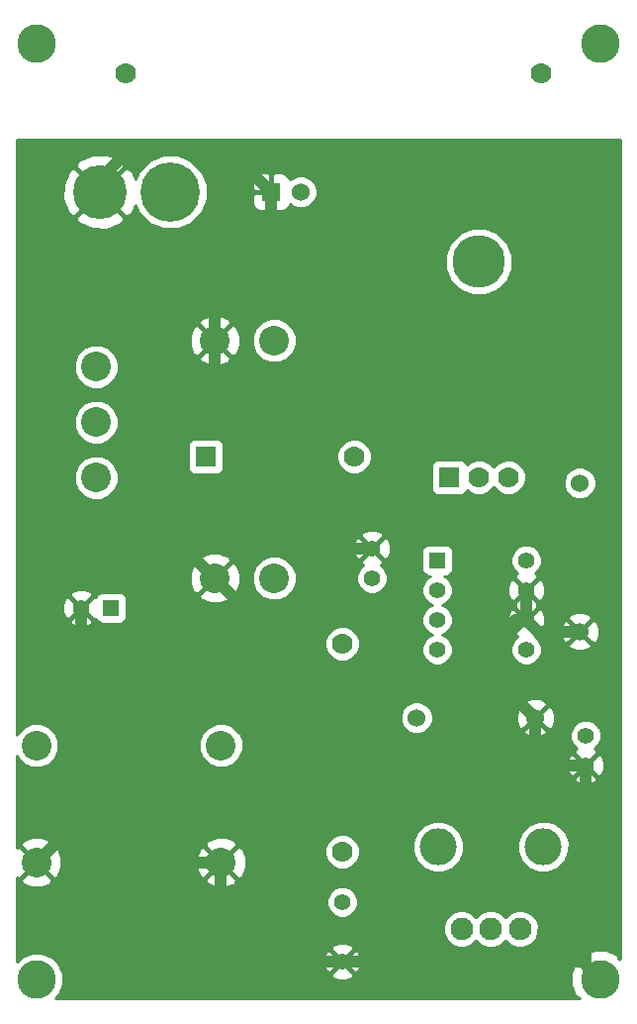
<source format=gbl>
G04 (created by PCBNEW (2013-jul-07)-stable) date Tue 20 Jan 2015 05:17:42 PM PST*
%MOIN*%
G04 Gerber Fmt 3.4, Leading zero omitted, Abs format*
%FSLAX34Y34*%
G01*
G70*
G90*
G04 APERTURE LIST*
%ADD10C,0.00590551*%
%ADD11C,0.1*%
%ADD12R,0.06X0.06*%
%ADD13C,0.06*%
%ADD14R,0.055X0.055*%
%ADD15C,0.055*%
%ADD16C,0.2*%
%ADD17C,0.1811*%
%ADD18C,0.13*%
%ADD19C,0.07*%
%ADD20R,0.07X0.07*%
%ADD21C,0.1772*%
%ADD22C,0.076*%
%ADD23C,0.125*%
%ADD24C,0.04*%
%ADD25C,0.01*%
G04 APERTURE END LIST*
G54D10*
G54D11*
X37000Y-43380D03*
X37000Y-45250D03*
X37000Y-47120D03*
G54D12*
X42900Y-37500D03*
G54D13*
X43900Y-37500D03*
G54D14*
X48500Y-49900D03*
G54D15*
X48500Y-50900D03*
X48500Y-51900D03*
X48500Y-52900D03*
X51500Y-52900D03*
X51500Y-51900D03*
X51500Y-50900D03*
X51500Y-49900D03*
G54D16*
X39500Y-37500D03*
G54D17*
X37138Y-37500D03*
G54D11*
X43000Y-50500D03*
X41000Y-50500D03*
X43000Y-42500D03*
X41000Y-42500D03*
G54D15*
X45300Y-61400D03*
X45300Y-63400D03*
G54D14*
X37500Y-51500D03*
G54D15*
X36500Y-51500D03*
X46300Y-50500D03*
X46300Y-49500D03*
X53500Y-55800D03*
X53500Y-56800D03*
G54D18*
X35000Y-64000D03*
X54000Y-32500D03*
X35000Y-32500D03*
G54D13*
X47800Y-55200D03*
X51800Y-55200D03*
G54D19*
X45700Y-46400D03*
G54D20*
X40700Y-46400D03*
G54D19*
X45300Y-59700D03*
X45300Y-52700D03*
G54D13*
X53300Y-47300D03*
X53300Y-52300D03*
G54D19*
X52000Y-33500D03*
X38000Y-33500D03*
G54D11*
X34990Y-56131D03*
X41210Y-56131D03*
X34990Y-60069D03*
X41210Y-60069D03*
G54D20*
X48900Y-47100D03*
G54D19*
X49900Y-47100D03*
X50900Y-47100D03*
G54D21*
X49900Y-39848D03*
G54D22*
X49316Y-62300D03*
X50300Y-62300D03*
X51284Y-62300D03*
G54D23*
X48528Y-59544D03*
X52072Y-59544D03*
G54D18*
X54000Y-64000D03*
G54D24*
X36900Y-58150D02*
X36900Y-53400D01*
X36500Y-53000D02*
X36500Y-51500D01*
X36900Y-53400D02*
X36500Y-53000D01*
X45300Y-63400D02*
X53400Y-63400D01*
X53400Y-63400D02*
X54000Y-64000D01*
X41210Y-60069D02*
X41210Y-61040D01*
X43570Y-63400D02*
X45300Y-63400D01*
X41210Y-61040D02*
X43570Y-63400D01*
X41210Y-60069D02*
X38819Y-60069D01*
X38819Y-60069D02*
X36900Y-58150D01*
X36900Y-58150D02*
X36900Y-58159D01*
X36900Y-58159D02*
X34990Y-60069D01*
X51800Y-55200D02*
X51800Y-55940D01*
X52660Y-56800D02*
X53500Y-56800D01*
X51800Y-55940D02*
X52660Y-56800D01*
X51500Y-51900D02*
X51130Y-51900D01*
X50570Y-53970D02*
X51800Y-55200D01*
X50570Y-52460D02*
X50570Y-53970D01*
X51130Y-51900D02*
X50570Y-52460D01*
X51500Y-50900D02*
X51500Y-51900D01*
X51500Y-51900D02*
X51900Y-52300D01*
X51900Y-52300D02*
X53300Y-52300D01*
X41000Y-50500D02*
X41000Y-50520D01*
X45540Y-49500D02*
X46300Y-49500D01*
X43460Y-51580D02*
X45540Y-49500D01*
X42060Y-51580D02*
X43460Y-51580D01*
X41000Y-50520D02*
X42060Y-51580D01*
X53500Y-56800D02*
X53500Y-63500D01*
X53500Y-63500D02*
X54000Y-64000D01*
X41000Y-42500D02*
X41000Y-44100D01*
X41000Y-44100D02*
X39600Y-45500D01*
X39600Y-45500D02*
X39600Y-49100D01*
X39600Y-49100D02*
X41000Y-50500D01*
X42900Y-37500D02*
X42900Y-39500D01*
X41000Y-41400D02*
X41000Y-42500D01*
X42900Y-39500D02*
X41000Y-41400D01*
X37138Y-37500D02*
X37138Y-37062D01*
X41300Y-35900D02*
X42900Y-37500D01*
X38300Y-35900D02*
X41300Y-35900D01*
X37138Y-37062D02*
X38300Y-35900D01*
G54D10*
G36*
X54675Y-63289D02*
X54641Y-63323D01*
X54578Y-63160D01*
X54213Y-63003D01*
X54125Y-63001D01*
X54125Y-56675D01*
X54029Y-56445D01*
X54029Y-56445D01*
X54025Y-56445D01*
X54025Y-55696D01*
X53950Y-55514D01*
X53950Y-52171D01*
X53851Y-51932D01*
X53850Y-51930D01*
X53850Y-51930D01*
X53850Y-47191D01*
X53766Y-46988D01*
X53611Y-46834D01*
X53409Y-46750D01*
X53191Y-46749D01*
X52988Y-46833D01*
X52834Y-46988D01*
X52750Y-47190D01*
X52749Y-47408D01*
X52833Y-47611D01*
X52988Y-47765D01*
X53190Y-47849D01*
X53408Y-47850D01*
X53611Y-47766D01*
X53765Y-47611D01*
X53849Y-47409D01*
X53850Y-47191D01*
X53850Y-51930D01*
X53724Y-51911D01*
X53688Y-51946D01*
X53688Y-51875D01*
X53669Y-51749D01*
X53430Y-51650D01*
X53171Y-51649D01*
X52932Y-51748D01*
X52930Y-51749D01*
X52911Y-51875D01*
X53300Y-52264D01*
X53688Y-51875D01*
X53688Y-51946D01*
X53335Y-52300D01*
X53724Y-52688D01*
X53850Y-52669D01*
X53949Y-52430D01*
X53950Y-52171D01*
X53950Y-55514D01*
X53945Y-55503D01*
X53797Y-55355D01*
X53688Y-55309D01*
X53688Y-52724D01*
X53300Y-52335D01*
X53264Y-52370D01*
X53264Y-52300D01*
X52875Y-51911D01*
X52749Y-51930D01*
X52650Y-52169D01*
X52649Y-52428D01*
X52748Y-52667D01*
X52749Y-52669D01*
X52875Y-52688D01*
X53264Y-52300D01*
X53264Y-52370D01*
X52911Y-52724D01*
X52930Y-52850D01*
X53169Y-52949D01*
X53428Y-52950D01*
X53667Y-52851D01*
X53669Y-52850D01*
X53688Y-52724D01*
X53688Y-55309D01*
X53604Y-55275D01*
X53396Y-55274D01*
X53203Y-55354D01*
X53055Y-55502D01*
X52975Y-55695D01*
X52974Y-55903D01*
X53054Y-56097D01*
X53202Y-56244D01*
X53204Y-56245D01*
X53145Y-56270D01*
X53145Y-56270D01*
X53129Y-56393D01*
X53500Y-56764D01*
X53870Y-56393D01*
X53854Y-56270D01*
X53795Y-56245D01*
X53797Y-56245D01*
X53944Y-56097D01*
X54024Y-55904D01*
X54025Y-55696D01*
X54025Y-56445D01*
X53906Y-56429D01*
X53535Y-56800D01*
X53906Y-57170D01*
X54029Y-57154D01*
X54124Y-56924D01*
X54125Y-56675D01*
X54125Y-63001D01*
X53870Y-62997D01*
X53870Y-57206D01*
X53500Y-56835D01*
X53464Y-56870D01*
X53464Y-56800D01*
X53093Y-56429D01*
X52970Y-56445D01*
X52875Y-56675D01*
X52874Y-56924D01*
X52970Y-57154D01*
X52970Y-57154D01*
X53093Y-57170D01*
X53464Y-56800D01*
X53464Y-56870D01*
X53129Y-57206D01*
X53145Y-57329D01*
X53375Y-57424D01*
X53624Y-57425D01*
X53854Y-57329D01*
X53854Y-57329D01*
X53870Y-57206D01*
X53870Y-62997D01*
X53815Y-62997D01*
X53446Y-63143D01*
X53421Y-63160D01*
X53358Y-63323D01*
X54000Y-63964D01*
X54005Y-63959D01*
X54040Y-63994D01*
X54035Y-64000D01*
X54040Y-64005D01*
X54005Y-64040D01*
X54000Y-64035D01*
X53994Y-64040D01*
X53959Y-64005D01*
X53964Y-64000D01*
X53323Y-63358D01*
X53160Y-63421D01*
X53003Y-63786D01*
X52997Y-64184D01*
X53143Y-64553D01*
X53160Y-64578D01*
X53308Y-64635D01*
X52947Y-64635D01*
X52947Y-59370D01*
X52814Y-59049D01*
X52568Y-58802D01*
X52450Y-58753D01*
X52450Y-55071D01*
X52351Y-54832D01*
X52350Y-54830D01*
X52224Y-54811D01*
X52188Y-54846D01*
X52188Y-54775D01*
X52169Y-54649D01*
X52125Y-54631D01*
X52125Y-51775D01*
X52125Y-50775D01*
X52029Y-50545D01*
X52029Y-50545D01*
X52025Y-50545D01*
X52025Y-49796D01*
X51945Y-49603D01*
X51797Y-49455D01*
X51604Y-49375D01*
X51500Y-49375D01*
X51500Y-46981D01*
X51408Y-46760D01*
X51240Y-46591D01*
X51036Y-46506D01*
X51036Y-39623D01*
X50863Y-39205D01*
X50544Y-38885D01*
X50126Y-38712D01*
X49675Y-38711D01*
X49257Y-38884D01*
X48937Y-39203D01*
X48764Y-39621D01*
X48763Y-40072D01*
X48936Y-40490D01*
X49255Y-40810D01*
X49673Y-40983D01*
X50124Y-40984D01*
X50542Y-40811D01*
X50862Y-40492D01*
X51035Y-40074D01*
X51036Y-39623D01*
X51036Y-46506D01*
X51019Y-46500D01*
X50781Y-46499D01*
X50560Y-46591D01*
X50399Y-46751D01*
X50240Y-46591D01*
X50019Y-46500D01*
X49781Y-46499D01*
X49560Y-46591D01*
X49485Y-46665D01*
X49462Y-46608D01*
X49391Y-46538D01*
X49299Y-46500D01*
X49200Y-46499D01*
X48500Y-46499D01*
X48408Y-46537D01*
X48338Y-46608D01*
X48300Y-46700D01*
X48299Y-46799D01*
X48299Y-47499D01*
X48337Y-47591D01*
X48408Y-47661D01*
X48500Y-47699D01*
X48599Y-47700D01*
X49299Y-47700D01*
X49391Y-47662D01*
X49461Y-47591D01*
X49485Y-47534D01*
X49559Y-47608D01*
X49780Y-47699D01*
X50018Y-47700D01*
X50239Y-47608D01*
X50400Y-47448D01*
X50559Y-47608D01*
X50780Y-47699D01*
X51018Y-47700D01*
X51239Y-47608D01*
X51408Y-47440D01*
X51499Y-47219D01*
X51500Y-46981D01*
X51500Y-49375D01*
X51396Y-49374D01*
X51203Y-49454D01*
X51055Y-49602D01*
X50975Y-49795D01*
X50974Y-50003D01*
X51054Y-50197D01*
X51202Y-50344D01*
X51204Y-50345D01*
X51145Y-50370D01*
X51145Y-50370D01*
X51129Y-50493D01*
X51500Y-50864D01*
X51870Y-50493D01*
X51854Y-50370D01*
X51795Y-50345D01*
X51797Y-50345D01*
X51944Y-50197D01*
X52024Y-50004D01*
X52025Y-49796D01*
X52025Y-50545D01*
X51906Y-50529D01*
X51535Y-50900D01*
X51906Y-51270D01*
X52029Y-51254D01*
X52124Y-51024D01*
X52125Y-50775D01*
X52125Y-51775D01*
X52029Y-51545D01*
X52029Y-51545D01*
X51906Y-51529D01*
X51870Y-51564D01*
X51870Y-51493D01*
X51858Y-51400D01*
X51870Y-51306D01*
X51500Y-50935D01*
X51464Y-50970D01*
X51464Y-50900D01*
X51093Y-50529D01*
X50970Y-50545D01*
X50875Y-50775D01*
X50874Y-51024D01*
X50970Y-51254D01*
X50970Y-51254D01*
X51093Y-51270D01*
X51464Y-50900D01*
X51464Y-50970D01*
X51129Y-51306D01*
X51141Y-51400D01*
X51129Y-51493D01*
X51500Y-51864D01*
X51870Y-51493D01*
X51870Y-51564D01*
X51535Y-51900D01*
X51906Y-52270D01*
X52029Y-52254D01*
X52124Y-52024D01*
X52125Y-51775D01*
X52125Y-54631D01*
X52025Y-54589D01*
X52025Y-52796D01*
X51945Y-52603D01*
X51797Y-52455D01*
X51795Y-52454D01*
X51854Y-52429D01*
X51854Y-52429D01*
X51870Y-52306D01*
X51500Y-51935D01*
X51464Y-51970D01*
X51464Y-51900D01*
X51093Y-51529D01*
X50970Y-51545D01*
X50875Y-51775D01*
X50874Y-52024D01*
X50970Y-52254D01*
X50970Y-52254D01*
X51093Y-52270D01*
X51464Y-51900D01*
X51464Y-51970D01*
X51129Y-52306D01*
X51145Y-52429D01*
X51204Y-52454D01*
X51203Y-52454D01*
X51055Y-52602D01*
X50975Y-52795D01*
X50974Y-53003D01*
X51054Y-53197D01*
X51202Y-53344D01*
X51395Y-53424D01*
X51603Y-53425D01*
X51797Y-53345D01*
X51944Y-53197D01*
X52024Y-53004D01*
X52025Y-52796D01*
X52025Y-54589D01*
X51930Y-54550D01*
X51671Y-54549D01*
X51432Y-54648D01*
X51430Y-54649D01*
X51411Y-54775D01*
X51800Y-55164D01*
X52188Y-54775D01*
X52188Y-54846D01*
X51835Y-55200D01*
X52224Y-55588D01*
X52350Y-55569D01*
X52449Y-55330D01*
X52450Y-55071D01*
X52450Y-58753D01*
X52246Y-58669D01*
X52188Y-58669D01*
X52188Y-55624D01*
X51800Y-55235D01*
X51764Y-55270D01*
X51764Y-55200D01*
X51375Y-54811D01*
X51249Y-54830D01*
X51150Y-55069D01*
X51149Y-55328D01*
X51248Y-55567D01*
X51249Y-55569D01*
X51375Y-55588D01*
X51764Y-55200D01*
X51764Y-55270D01*
X51411Y-55624D01*
X51430Y-55750D01*
X51669Y-55849D01*
X51928Y-55850D01*
X52167Y-55751D01*
X52169Y-55750D01*
X52188Y-55624D01*
X52188Y-58669D01*
X51898Y-58668D01*
X51577Y-58801D01*
X51330Y-59047D01*
X51197Y-59369D01*
X51196Y-59717D01*
X51329Y-60039D01*
X51575Y-60285D01*
X51897Y-60418D01*
X52245Y-60419D01*
X52567Y-60286D01*
X52813Y-60040D01*
X52946Y-59718D01*
X52947Y-59370D01*
X52947Y-64635D01*
X51914Y-64635D01*
X51914Y-62175D01*
X51818Y-61943D01*
X51641Y-61766D01*
X51409Y-61670D01*
X51159Y-61669D01*
X50927Y-61765D01*
X50791Y-61901D01*
X50657Y-61766D01*
X50425Y-61670D01*
X50175Y-61669D01*
X49943Y-61765D01*
X49807Y-61901D01*
X49673Y-61766D01*
X49441Y-61670D01*
X49403Y-61670D01*
X49403Y-59370D01*
X49270Y-59049D01*
X49025Y-58803D01*
X49025Y-52796D01*
X48945Y-52603D01*
X48797Y-52455D01*
X48664Y-52399D01*
X48797Y-52345D01*
X48944Y-52197D01*
X49024Y-52004D01*
X49025Y-51796D01*
X48945Y-51603D01*
X48797Y-51455D01*
X48664Y-51399D01*
X48797Y-51345D01*
X48944Y-51197D01*
X49024Y-51004D01*
X49025Y-50796D01*
X48945Y-50603D01*
X48797Y-50455D01*
X48725Y-50425D01*
X48824Y-50425D01*
X48916Y-50387D01*
X48986Y-50316D01*
X49024Y-50224D01*
X49025Y-50125D01*
X49025Y-49575D01*
X48987Y-49483D01*
X48916Y-49413D01*
X48824Y-49375D01*
X48725Y-49374D01*
X48175Y-49374D01*
X48083Y-49412D01*
X48013Y-49483D01*
X47975Y-49575D01*
X47974Y-49674D01*
X47974Y-50224D01*
X48012Y-50316D01*
X48083Y-50386D01*
X48175Y-50424D01*
X48274Y-50425D01*
X48274Y-50425D01*
X48203Y-50454D01*
X48055Y-50602D01*
X47975Y-50795D01*
X47974Y-51003D01*
X48054Y-51197D01*
X48202Y-51344D01*
X48335Y-51400D01*
X48203Y-51454D01*
X48055Y-51602D01*
X47975Y-51795D01*
X47974Y-52003D01*
X48054Y-52197D01*
X48202Y-52344D01*
X48335Y-52400D01*
X48203Y-52454D01*
X48055Y-52602D01*
X47975Y-52795D01*
X47974Y-53003D01*
X48054Y-53197D01*
X48202Y-53344D01*
X48395Y-53424D01*
X48603Y-53425D01*
X48797Y-53345D01*
X48944Y-53197D01*
X49024Y-53004D01*
X49025Y-52796D01*
X49025Y-58803D01*
X49024Y-58802D01*
X48702Y-58669D01*
X48354Y-58668D01*
X48350Y-58670D01*
X48350Y-55091D01*
X48266Y-54888D01*
X48111Y-54734D01*
X47909Y-54650D01*
X47691Y-54649D01*
X47488Y-54733D01*
X47334Y-54888D01*
X47250Y-55090D01*
X47249Y-55308D01*
X47333Y-55511D01*
X47488Y-55665D01*
X47690Y-55749D01*
X47908Y-55750D01*
X48111Y-55666D01*
X48265Y-55511D01*
X48349Y-55309D01*
X48350Y-55091D01*
X48350Y-58670D01*
X48033Y-58801D01*
X47786Y-59047D01*
X47653Y-59369D01*
X47652Y-59717D01*
X47785Y-60039D01*
X48031Y-60285D01*
X48353Y-60418D01*
X48701Y-60419D01*
X49023Y-60286D01*
X49269Y-60040D01*
X49402Y-59718D01*
X49403Y-59370D01*
X49403Y-61670D01*
X49191Y-61669D01*
X48959Y-61765D01*
X48782Y-61942D01*
X48686Y-62174D01*
X48685Y-62424D01*
X48781Y-62656D01*
X48958Y-62833D01*
X49190Y-62929D01*
X49440Y-62930D01*
X49672Y-62834D01*
X49808Y-62698D01*
X49942Y-62833D01*
X50174Y-62929D01*
X50424Y-62930D01*
X50656Y-62834D01*
X50792Y-62698D01*
X50926Y-62833D01*
X51158Y-62929D01*
X51408Y-62930D01*
X51640Y-62834D01*
X51817Y-62657D01*
X51913Y-62425D01*
X51914Y-62175D01*
X51914Y-64635D01*
X46925Y-64635D01*
X46925Y-49375D01*
X46829Y-49145D01*
X46829Y-49145D01*
X46706Y-49129D01*
X46670Y-49164D01*
X46670Y-49093D01*
X46654Y-48970D01*
X46424Y-48875D01*
X46300Y-48875D01*
X46300Y-46281D01*
X46208Y-46060D01*
X46040Y-45891D01*
X45819Y-45800D01*
X45581Y-45799D01*
X45360Y-45891D01*
X45191Y-46059D01*
X45100Y-46280D01*
X45099Y-46518D01*
X45191Y-46739D01*
X45359Y-46908D01*
X45580Y-46999D01*
X45818Y-47000D01*
X46039Y-46908D01*
X46208Y-46740D01*
X46299Y-46519D01*
X46300Y-46281D01*
X46300Y-48875D01*
X46175Y-48874D01*
X45945Y-48970D01*
X45945Y-48970D01*
X45929Y-49093D01*
X46300Y-49464D01*
X46670Y-49093D01*
X46670Y-49164D01*
X46335Y-49500D01*
X46706Y-49870D01*
X46829Y-49854D01*
X46924Y-49624D01*
X46925Y-49375D01*
X46925Y-64635D01*
X46825Y-64635D01*
X46825Y-50396D01*
X46745Y-50203D01*
X46597Y-50055D01*
X46595Y-50054D01*
X46654Y-50029D01*
X46654Y-50029D01*
X46670Y-49906D01*
X46300Y-49535D01*
X46264Y-49570D01*
X46264Y-49500D01*
X45893Y-49129D01*
X45770Y-49145D01*
X45675Y-49375D01*
X45674Y-49624D01*
X45770Y-49854D01*
X45770Y-49854D01*
X45893Y-49870D01*
X46264Y-49500D01*
X46264Y-49570D01*
X45929Y-49906D01*
X45945Y-50029D01*
X46004Y-50054D01*
X46003Y-50054D01*
X45855Y-50202D01*
X45775Y-50395D01*
X45774Y-50603D01*
X45854Y-50797D01*
X46002Y-50944D01*
X46195Y-51024D01*
X46403Y-51025D01*
X46597Y-50945D01*
X46744Y-50797D01*
X46824Y-50604D01*
X46825Y-50396D01*
X46825Y-64635D01*
X45925Y-64635D01*
X45925Y-63275D01*
X45900Y-63215D01*
X45900Y-59581D01*
X45900Y-52581D01*
X45808Y-52360D01*
X45640Y-52191D01*
X45419Y-52100D01*
X45181Y-52099D01*
X44960Y-52191D01*
X44791Y-52359D01*
X44700Y-52580D01*
X44699Y-52818D01*
X44791Y-53039D01*
X44959Y-53208D01*
X45180Y-53299D01*
X45418Y-53300D01*
X45639Y-53208D01*
X45808Y-53040D01*
X45899Y-52819D01*
X45900Y-52581D01*
X45900Y-59581D01*
X45808Y-59360D01*
X45640Y-59191D01*
X45419Y-59100D01*
X45181Y-59099D01*
X44960Y-59191D01*
X44791Y-59359D01*
X44700Y-59580D01*
X44699Y-59818D01*
X44791Y-60039D01*
X44959Y-60208D01*
X45180Y-60299D01*
X45418Y-60300D01*
X45639Y-60208D01*
X45808Y-60040D01*
X45899Y-59819D01*
X45900Y-59581D01*
X45900Y-63215D01*
X45829Y-63045D01*
X45829Y-63045D01*
X45825Y-63045D01*
X45825Y-61296D01*
X45745Y-61103D01*
X45597Y-60955D01*
X45404Y-60875D01*
X45196Y-60874D01*
X45003Y-60954D01*
X44855Y-61102D01*
X44775Y-61295D01*
X44774Y-61503D01*
X44854Y-61697D01*
X45002Y-61844D01*
X45195Y-61924D01*
X45403Y-61925D01*
X45597Y-61845D01*
X45744Y-61697D01*
X45824Y-61504D01*
X45825Y-61296D01*
X45825Y-63045D01*
X45706Y-63029D01*
X45670Y-63064D01*
X45670Y-62993D01*
X45654Y-62870D01*
X45424Y-62775D01*
X45175Y-62774D01*
X44945Y-62870D01*
X44945Y-62870D01*
X44929Y-62993D01*
X45300Y-63364D01*
X45670Y-62993D01*
X45670Y-63064D01*
X45335Y-63400D01*
X45706Y-63770D01*
X45829Y-63754D01*
X45924Y-63524D01*
X45925Y-63275D01*
X45925Y-64635D01*
X45670Y-64635D01*
X45670Y-63806D01*
X45300Y-63435D01*
X45264Y-63470D01*
X45264Y-63400D01*
X44893Y-63029D01*
X44770Y-63045D01*
X44675Y-63275D01*
X44674Y-63524D01*
X44770Y-63754D01*
X44770Y-63754D01*
X44893Y-63770D01*
X45264Y-63400D01*
X45264Y-63470D01*
X44929Y-63806D01*
X44945Y-63929D01*
X45175Y-64024D01*
X45424Y-64025D01*
X45654Y-63929D01*
X45654Y-63929D01*
X45670Y-63806D01*
X45670Y-64635D01*
X44450Y-64635D01*
X44450Y-37391D01*
X44366Y-37188D01*
X44211Y-37034D01*
X44009Y-36950D01*
X43791Y-36949D01*
X43588Y-37033D01*
X43532Y-37089D01*
X43496Y-37001D01*
X43398Y-36903D01*
X43269Y-36849D01*
X43012Y-36850D01*
X42925Y-36937D01*
X42925Y-37475D01*
X42932Y-37475D01*
X42932Y-37525D01*
X42925Y-37525D01*
X42925Y-38062D01*
X43012Y-38150D01*
X43269Y-38150D01*
X43398Y-38096D01*
X43496Y-37998D01*
X43532Y-37910D01*
X43588Y-37965D01*
X43790Y-38049D01*
X44008Y-38050D01*
X44211Y-37966D01*
X44365Y-37811D01*
X44449Y-37609D01*
X44450Y-37391D01*
X44450Y-64635D01*
X43750Y-64635D01*
X43750Y-50351D01*
X43750Y-42351D01*
X43636Y-42075D01*
X43425Y-41864D01*
X43149Y-41750D01*
X42875Y-41749D01*
X42875Y-38062D01*
X42875Y-37525D01*
X42875Y-37475D01*
X42875Y-36937D01*
X42787Y-36850D01*
X42530Y-36849D01*
X42402Y-36903D01*
X42303Y-37001D01*
X42250Y-37130D01*
X42249Y-37269D01*
X42250Y-37387D01*
X42337Y-37475D01*
X42875Y-37475D01*
X42875Y-37525D01*
X42337Y-37525D01*
X42250Y-37612D01*
X42249Y-37730D01*
X42250Y-37869D01*
X42303Y-37998D01*
X42402Y-38096D01*
X42530Y-38150D01*
X42787Y-38150D01*
X42875Y-38062D01*
X42875Y-41749D01*
X42851Y-41749D01*
X42575Y-41863D01*
X42364Y-42074D01*
X42250Y-42350D01*
X42249Y-42648D01*
X42363Y-42924D01*
X42574Y-43135D01*
X42850Y-43249D01*
X43148Y-43250D01*
X43424Y-43136D01*
X43635Y-42925D01*
X43749Y-42649D01*
X43750Y-42351D01*
X43750Y-50351D01*
X43636Y-50075D01*
X43425Y-49864D01*
X43149Y-49750D01*
X42851Y-49749D01*
X42575Y-49863D01*
X42364Y-50074D01*
X42250Y-50350D01*
X42249Y-50648D01*
X42363Y-50924D01*
X42574Y-51135D01*
X42850Y-51249D01*
X43148Y-51250D01*
X43424Y-51136D01*
X43635Y-50925D01*
X43749Y-50649D01*
X43750Y-50351D01*
X43750Y-64635D01*
X42061Y-64635D01*
X42061Y-59908D01*
X41960Y-59656D01*
X41960Y-55982D01*
X41851Y-55720D01*
X41851Y-50339D01*
X41851Y-42339D01*
X41725Y-42026D01*
X41715Y-42011D01*
X41568Y-41967D01*
X41532Y-42002D01*
X41532Y-41931D01*
X41488Y-41784D01*
X41177Y-41651D01*
X40839Y-41648D01*
X40750Y-41684D01*
X40750Y-37252D01*
X40560Y-36792D01*
X40208Y-36440D01*
X39749Y-36250D01*
X39252Y-36249D01*
X38792Y-36439D01*
X38440Y-36791D01*
X38321Y-37078D01*
X38216Y-36809D01*
X38188Y-36767D01*
X37998Y-36674D01*
X37963Y-36709D01*
X37963Y-36639D01*
X37870Y-36449D01*
X37412Y-36249D01*
X36913Y-36239D01*
X36447Y-36421D01*
X36405Y-36449D01*
X36312Y-36639D01*
X37138Y-37464D01*
X37963Y-36639D01*
X37963Y-36709D01*
X37173Y-37500D01*
X37998Y-38325D01*
X38188Y-38232D01*
X38322Y-37924D01*
X38439Y-38207D01*
X38791Y-38559D01*
X39250Y-38749D01*
X39747Y-38750D01*
X40207Y-38560D01*
X40559Y-38208D01*
X40749Y-37749D01*
X40750Y-37252D01*
X40750Y-41684D01*
X40526Y-41774D01*
X40511Y-41784D01*
X40467Y-41931D01*
X41000Y-42464D01*
X41532Y-41931D01*
X41532Y-42002D01*
X41035Y-42500D01*
X41568Y-43032D01*
X41715Y-42988D01*
X41848Y-42677D01*
X41851Y-42339D01*
X41851Y-50339D01*
X41725Y-50026D01*
X41715Y-50011D01*
X41568Y-49967D01*
X41532Y-50002D01*
X41532Y-49931D01*
X41532Y-43068D01*
X41000Y-42535D01*
X40964Y-42570D01*
X40964Y-42500D01*
X40431Y-41967D01*
X40284Y-42011D01*
X40151Y-42322D01*
X40148Y-42660D01*
X40274Y-42973D01*
X40284Y-42988D01*
X40431Y-43032D01*
X40964Y-42500D01*
X40964Y-42570D01*
X40467Y-43068D01*
X40511Y-43215D01*
X40822Y-43348D01*
X41160Y-43351D01*
X41473Y-43225D01*
X41488Y-43215D01*
X41532Y-43068D01*
X41532Y-49931D01*
X41488Y-49784D01*
X41300Y-49703D01*
X41300Y-46700D01*
X41300Y-46000D01*
X41262Y-45908D01*
X41191Y-45838D01*
X41099Y-45800D01*
X41000Y-45799D01*
X40300Y-45799D01*
X40208Y-45837D01*
X40138Y-45908D01*
X40100Y-46000D01*
X40099Y-46099D01*
X40099Y-46799D01*
X40137Y-46891D01*
X40208Y-46961D01*
X40300Y-46999D01*
X40399Y-47000D01*
X41099Y-47000D01*
X41191Y-46962D01*
X41261Y-46891D01*
X41299Y-46799D01*
X41300Y-46700D01*
X41300Y-49703D01*
X41177Y-49651D01*
X40839Y-49648D01*
X40526Y-49774D01*
X40511Y-49784D01*
X40467Y-49931D01*
X41000Y-50464D01*
X41532Y-49931D01*
X41532Y-50002D01*
X41035Y-50500D01*
X41568Y-51032D01*
X41715Y-50988D01*
X41848Y-50677D01*
X41851Y-50339D01*
X41851Y-55720D01*
X41846Y-55706D01*
X41635Y-55495D01*
X41532Y-55453D01*
X41532Y-51068D01*
X41000Y-50535D01*
X40964Y-50570D01*
X40964Y-50500D01*
X40431Y-49967D01*
X40284Y-50011D01*
X40151Y-50322D01*
X40148Y-50660D01*
X40274Y-50973D01*
X40284Y-50988D01*
X40431Y-51032D01*
X40964Y-50500D01*
X40964Y-50570D01*
X40467Y-51068D01*
X40511Y-51215D01*
X40822Y-51348D01*
X41160Y-51351D01*
X41473Y-51225D01*
X41488Y-51215D01*
X41532Y-51068D01*
X41532Y-55453D01*
X41359Y-55381D01*
X41061Y-55380D01*
X40785Y-55494D01*
X40574Y-55705D01*
X40460Y-55981D01*
X40459Y-56279D01*
X40573Y-56555D01*
X40784Y-56766D01*
X41060Y-56880D01*
X41358Y-56881D01*
X41634Y-56767D01*
X41845Y-56556D01*
X41959Y-56280D01*
X41960Y-55982D01*
X41960Y-59656D01*
X41935Y-59595D01*
X41925Y-59580D01*
X41778Y-59536D01*
X41742Y-59571D01*
X41742Y-59500D01*
X41698Y-59353D01*
X41387Y-59220D01*
X41049Y-59217D01*
X40736Y-59343D01*
X40721Y-59353D01*
X40677Y-59500D01*
X41210Y-60033D01*
X41742Y-59500D01*
X41742Y-59571D01*
X41245Y-60069D01*
X41778Y-60601D01*
X41925Y-60557D01*
X42058Y-60246D01*
X42061Y-59908D01*
X42061Y-64635D01*
X41742Y-64635D01*
X41742Y-60637D01*
X41210Y-60104D01*
X41174Y-60139D01*
X41174Y-60069D01*
X40641Y-59536D01*
X40494Y-59580D01*
X40361Y-59891D01*
X40358Y-60229D01*
X40484Y-60542D01*
X40494Y-60557D01*
X40641Y-60601D01*
X41174Y-60069D01*
X41174Y-60139D01*
X40677Y-60637D01*
X40721Y-60784D01*
X41032Y-60917D01*
X41370Y-60920D01*
X41683Y-60794D01*
X41698Y-60784D01*
X41742Y-60637D01*
X41742Y-64635D01*
X38025Y-64635D01*
X38025Y-51725D01*
X38025Y-51175D01*
X37987Y-51083D01*
X37963Y-51059D01*
X37963Y-38360D01*
X37138Y-37535D01*
X37102Y-37570D01*
X37102Y-37500D01*
X36277Y-36674D01*
X36087Y-36767D01*
X35887Y-37225D01*
X35877Y-37724D01*
X36059Y-38190D01*
X36087Y-38232D01*
X36277Y-38325D01*
X37102Y-37500D01*
X37102Y-37570D01*
X36312Y-38360D01*
X36405Y-38550D01*
X36863Y-38750D01*
X37362Y-38760D01*
X37828Y-38578D01*
X37870Y-38550D01*
X37963Y-38360D01*
X37963Y-51059D01*
X37916Y-51013D01*
X37824Y-50975D01*
X37750Y-50974D01*
X37750Y-46971D01*
X37750Y-45101D01*
X37750Y-43231D01*
X37636Y-42955D01*
X37425Y-42744D01*
X37149Y-42630D01*
X36851Y-42629D01*
X36575Y-42743D01*
X36364Y-42954D01*
X36250Y-43230D01*
X36249Y-43528D01*
X36363Y-43804D01*
X36574Y-44015D01*
X36850Y-44129D01*
X37148Y-44130D01*
X37424Y-44016D01*
X37635Y-43805D01*
X37749Y-43529D01*
X37750Y-43231D01*
X37750Y-45101D01*
X37636Y-44825D01*
X37425Y-44614D01*
X37149Y-44500D01*
X36851Y-44499D01*
X36575Y-44613D01*
X36364Y-44824D01*
X36250Y-45100D01*
X36249Y-45398D01*
X36363Y-45674D01*
X36574Y-45885D01*
X36850Y-45999D01*
X37148Y-46000D01*
X37424Y-45886D01*
X37635Y-45675D01*
X37749Y-45399D01*
X37750Y-45101D01*
X37750Y-46971D01*
X37636Y-46695D01*
X37425Y-46484D01*
X37149Y-46370D01*
X36851Y-46369D01*
X36575Y-46483D01*
X36364Y-46694D01*
X36250Y-46970D01*
X36249Y-47268D01*
X36363Y-47544D01*
X36574Y-47755D01*
X36850Y-47869D01*
X37148Y-47870D01*
X37424Y-47756D01*
X37635Y-47545D01*
X37749Y-47269D01*
X37750Y-46971D01*
X37750Y-50974D01*
X37725Y-50974D01*
X37175Y-50974D01*
X37083Y-51012D01*
X37013Y-51083D01*
X36989Y-51140D01*
X36906Y-51129D01*
X36870Y-51164D01*
X36870Y-51093D01*
X36854Y-50970D01*
X36624Y-50875D01*
X36375Y-50874D01*
X36145Y-50970D01*
X36145Y-50970D01*
X36129Y-51093D01*
X36500Y-51464D01*
X36870Y-51093D01*
X36870Y-51164D01*
X36535Y-51500D01*
X36906Y-51870D01*
X36989Y-51859D01*
X37012Y-51916D01*
X37083Y-51986D01*
X37175Y-52024D01*
X37274Y-52025D01*
X37824Y-52025D01*
X37916Y-51987D01*
X37986Y-51916D01*
X38024Y-51824D01*
X38025Y-51725D01*
X38025Y-64635D01*
X36870Y-64635D01*
X36870Y-51906D01*
X36500Y-51535D01*
X36464Y-51570D01*
X36464Y-51500D01*
X36093Y-51129D01*
X35970Y-51145D01*
X35875Y-51375D01*
X35874Y-51624D01*
X35970Y-51854D01*
X35970Y-51854D01*
X36093Y-51870D01*
X36464Y-51500D01*
X36464Y-51570D01*
X36129Y-51906D01*
X36145Y-52029D01*
X36375Y-52124D01*
X36624Y-52125D01*
X36854Y-52029D01*
X36854Y-52029D01*
X36870Y-51906D01*
X36870Y-64635D01*
X35637Y-64635D01*
X35762Y-64510D01*
X35899Y-64179D01*
X35900Y-63821D01*
X35841Y-63680D01*
X35841Y-59908D01*
X35715Y-59595D01*
X35705Y-59580D01*
X35558Y-59536D01*
X35522Y-59571D01*
X35522Y-59500D01*
X35478Y-59353D01*
X35167Y-59220D01*
X34829Y-59217D01*
X34516Y-59343D01*
X34501Y-59353D01*
X34457Y-59500D01*
X34990Y-60033D01*
X35522Y-59500D01*
X35522Y-59571D01*
X35025Y-60069D01*
X35558Y-60601D01*
X35705Y-60557D01*
X35838Y-60246D01*
X35841Y-59908D01*
X35841Y-63680D01*
X35763Y-63490D01*
X35522Y-63249D01*
X35522Y-60637D01*
X34990Y-60104D01*
X34457Y-60637D01*
X34501Y-60784D01*
X34812Y-60917D01*
X35150Y-60920D01*
X35463Y-60794D01*
X35478Y-60784D01*
X35522Y-60637D01*
X35522Y-63249D01*
X35510Y-63237D01*
X35179Y-63100D01*
X34821Y-63099D01*
X34490Y-63236D01*
X34325Y-63402D01*
X34325Y-60573D01*
X34421Y-60601D01*
X34954Y-60069D01*
X34421Y-59536D01*
X34325Y-59564D01*
X34325Y-56485D01*
X34353Y-56555D01*
X34564Y-56766D01*
X34840Y-56880D01*
X35138Y-56881D01*
X35414Y-56767D01*
X35625Y-56556D01*
X35739Y-56280D01*
X35740Y-55982D01*
X35626Y-55706D01*
X35415Y-55495D01*
X35139Y-55381D01*
X34841Y-55380D01*
X34565Y-55494D01*
X34354Y-55705D01*
X34325Y-55776D01*
X34325Y-35750D01*
X54650Y-35750D01*
X54675Y-42975D01*
X54675Y-63289D01*
X54675Y-63289D01*
G37*
G54D25*
X54675Y-63289D02*
X54641Y-63323D01*
X54578Y-63160D01*
X54213Y-63003D01*
X54125Y-63001D01*
X54125Y-56675D01*
X54029Y-56445D01*
X54029Y-56445D01*
X54025Y-56445D01*
X54025Y-55696D01*
X53950Y-55514D01*
X53950Y-52171D01*
X53851Y-51932D01*
X53850Y-51930D01*
X53850Y-51930D01*
X53850Y-47191D01*
X53766Y-46988D01*
X53611Y-46834D01*
X53409Y-46750D01*
X53191Y-46749D01*
X52988Y-46833D01*
X52834Y-46988D01*
X52750Y-47190D01*
X52749Y-47408D01*
X52833Y-47611D01*
X52988Y-47765D01*
X53190Y-47849D01*
X53408Y-47850D01*
X53611Y-47766D01*
X53765Y-47611D01*
X53849Y-47409D01*
X53850Y-47191D01*
X53850Y-51930D01*
X53724Y-51911D01*
X53688Y-51946D01*
X53688Y-51875D01*
X53669Y-51749D01*
X53430Y-51650D01*
X53171Y-51649D01*
X52932Y-51748D01*
X52930Y-51749D01*
X52911Y-51875D01*
X53300Y-52264D01*
X53688Y-51875D01*
X53688Y-51946D01*
X53335Y-52300D01*
X53724Y-52688D01*
X53850Y-52669D01*
X53949Y-52430D01*
X53950Y-52171D01*
X53950Y-55514D01*
X53945Y-55503D01*
X53797Y-55355D01*
X53688Y-55309D01*
X53688Y-52724D01*
X53300Y-52335D01*
X53264Y-52370D01*
X53264Y-52300D01*
X52875Y-51911D01*
X52749Y-51930D01*
X52650Y-52169D01*
X52649Y-52428D01*
X52748Y-52667D01*
X52749Y-52669D01*
X52875Y-52688D01*
X53264Y-52300D01*
X53264Y-52370D01*
X52911Y-52724D01*
X52930Y-52850D01*
X53169Y-52949D01*
X53428Y-52950D01*
X53667Y-52851D01*
X53669Y-52850D01*
X53688Y-52724D01*
X53688Y-55309D01*
X53604Y-55275D01*
X53396Y-55274D01*
X53203Y-55354D01*
X53055Y-55502D01*
X52975Y-55695D01*
X52974Y-55903D01*
X53054Y-56097D01*
X53202Y-56244D01*
X53204Y-56245D01*
X53145Y-56270D01*
X53145Y-56270D01*
X53129Y-56393D01*
X53500Y-56764D01*
X53870Y-56393D01*
X53854Y-56270D01*
X53795Y-56245D01*
X53797Y-56245D01*
X53944Y-56097D01*
X54024Y-55904D01*
X54025Y-55696D01*
X54025Y-56445D01*
X53906Y-56429D01*
X53535Y-56800D01*
X53906Y-57170D01*
X54029Y-57154D01*
X54124Y-56924D01*
X54125Y-56675D01*
X54125Y-63001D01*
X53870Y-62997D01*
X53870Y-57206D01*
X53500Y-56835D01*
X53464Y-56870D01*
X53464Y-56800D01*
X53093Y-56429D01*
X52970Y-56445D01*
X52875Y-56675D01*
X52874Y-56924D01*
X52970Y-57154D01*
X52970Y-57154D01*
X53093Y-57170D01*
X53464Y-56800D01*
X53464Y-56870D01*
X53129Y-57206D01*
X53145Y-57329D01*
X53375Y-57424D01*
X53624Y-57425D01*
X53854Y-57329D01*
X53854Y-57329D01*
X53870Y-57206D01*
X53870Y-62997D01*
X53815Y-62997D01*
X53446Y-63143D01*
X53421Y-63160D01*
X53358Y-63323D01*
X54000Y-63964D01*
X54005Y-63959D01*
X54040Y-63994D01*
X54035Y-64000D01*
X54040Y-64005D01*
X54005Y-64040D01*
X54000Y-64035D01*
X53994Y-64040D01*
X53959Y-64005D01*
X53964Y-64000D01*
X53323Y-63358D01*
X53160Y-63421D01*
X53003Y-63786D01*
X52997Y-64184D01*
X53143Y-64553D01*
X53160Y-64578D01*
X53308Y-64635D01*
X52947Y-64635D01*
X52947Y-59370D01*
X52814Y-59049D01*
X52568Y-58802D01*
X52450Y-58753D01*
X52450Y-55071D01*
X52351Y-54832D01*
X52350Y-54830D01*
X52224Y-54811D01*
X52188Y-54846D01*
X52188Y-54775D01*
X52169Y-54649D01*
X52125Y-54631D01*
X52125Y-51775D01*
X52125Y-50775D01*
X52029Y-50545D01*
X52029Y-50545D01*
X52025Y-50545D01*
X52025Y-49796D01*
X51945Y-49603D01*
X51797Y-49455D01*
X51604Y-49375D01*
X51500Y-49375D01*
X51500Y-46981D01*
X51408Y-46760D01*
X51240Y-46591D01*
X51036Y-46506D01*
X51036Y-39623D01*
X50863Y-39205D01*
X50544Y-38885D01*
X50126Y-38712D01*
X49675Y-38711D01*
X49257Y-38884D01*
X48937Y-39203D01*
X48764Y-39621D01*
X48763Y-40072D01*
X48936Y-40490D01*
X49255Y-40810D01*
X49673Y-40983D01*
X50124Y-40984D01*
X50542Y-40811D01*
X50862Y-40492D01*
X51035Y-40074D01*
X51036Y-39623D01*
X51036Y-46506D01*
X51019Y-46500D01*
X50781Y-46499D01*
X50560Y-46591D01*
X50399Y-46751D01*
X50240Y-46591D01*
X50019Y-46500D01*
X49781Y-46499D01*
X49560Y-46591D01*
X49485Y-46665D01*
X49462Y-46608D01*
X49391Y-46538D01*
X49299Y-46500D01*
X49200Y-46499D01*
X48500Y-46499D01*
X48408Y-46537D01*
X48338Y-46608D01*
X48300Y-46700D01*
X48299Y-46799D01*
X48299Y-47499D01*
X48337Y-47591D01*
X48408Y-47661D01*
X48500Y-47699D01*
X48599Y-47700D01*
X49299Y-47700D01*
X49391Y-47662D01*
X49461Y-47591D01*
X49485Y-47534D01*
X49559Y-47608D01*
X49780Y-47699D01*
X50018Y-47700D01*
X50239Y-47608D01*
X50400Y-47448D01*
X50559Y-47608D01*
X50780Y-47699D01*
X51018Y-47700D01*
X51239Y-47608D01*
X51408Y-47440D01*
X51499Y-47219D01*
X51500Y-46981D01*
X51500Y-49375D01*
X51396Y-49374D01*
X51203Y-49454D01*
X51055Y-49602D01*
X50975Y-49795D01*
X50974Y-50003D01*
X51054Y-50197D01*
X51202Y-50344D01*
X51204Y-50345D01*
X51145Y-50370D01*
X51145Y-50370D01*
X51129Y-50493D01*
X51500Y-50864D01*
X51870Y-50493D01*
X51854Y-50370D01*
X51795Y-50345D01*
X51797Y-50345D01*
X51944Y-50197D01*
X52024Y-50004D01*
X52025Y-49796D01*
X52025Y-50545D01*
X51906Y-50529D01*
X51535Y-50900D01*
X51906Y-51270D01*
X52029Y-51254D01*
X52124Y-51024D01*
X52125Y-50775D01*
X52125Y-51775D01*
X52029Y-51545D01*
X52029Y-51545D01*
X51906Y-51529D01*
X51870Y-51564D01*
X51870Y-51493D01*
X51858Y-51400D01*
X51870Y-51306D01*
X51500Y-50935D01*
X51464Y-50970D01*
X51464Y-50900D01*
X51093Y-50529D01*
X50970Y-50545D01*
X50875Y-50775D01*
X50874Y-51024D01*
X50970Y-51254D01*
X50970Y-51254D01*
X51093Y-51270D01*
X51464Y-50900D01*
X51464Y-50970D01*
X51129Y-51306D01*
X51141Y-51400D01*
X51129Y-51493D01*
X51500Y-51864D01*
X51870Y-51493D01*
X51870Y-51564D01*
X51535Y-51900D01*
X51906Y-52270D01*
X52029Y-52254D01*
X52124Y-52024D01*
X52125Y-51775D01*
X52125Y-54631D01*
X52025Y-54589D01*
X52025Y-52796D01*
X51945Y-52603D01*
X51797Y-52455D01*
X51795Y-52454D01*
X51854Y-52429D01*
X51854Y-52429D01*
X51870Y-52306D01*
X51500Y-51935D01*
X51464Y-51970D01*
X51464Y-51900D01*
X51093Y-51529D01*
X50970Y-51545D01*
X50875Y-51775D01*
X50874Y-52024D01*
X50970Y-52254D01*
X50970Y-52254D01*
X51093Y-52270D01*
X51464Y-51900D01*
X51464Y-51970D01*
X51129Y-52306D01*
X51145Y-52429D01*
X51204Y-52454D01*
X51203Y-52454D01*
X51055Y-52602D01*
X50975Y-52795D01*
X50974Y-53003D01*
X51054Y-53197D01*
X51202Y-53344D01*
X51395Y-53424D01*
X51603Y-53425D01*
X51797Y-53345D01*
X51944Y-53197D01*
X52024Y-53004D01*
X52025Y-52796D01*
X52025Y-54589D01*
X51930Y-54550D01*
X51671Y-54549D01*
X51432Y-54648D01*
X51430Y-54649D01*
X51411Y-54775D01*
X51800Y-55164D01*
X52188Y-54775D01*
X52188Y-54846D01*
X51835Y-55200D01*
X52224Y-55588D01*
X52350Y-55569D01*
X52449Y-55330D01*
X52450Y-55071D01*
X52450Y-58753D01*
X52246Y-58669D01*
X52188Y-58669D01*
X52188Y-55624D01*
X51800Y-55235D01*
X51764Y-55270D01*
X51764Y-55200D01*
X51375Y-54811D01*
X51249Y-54830D01*
X51150Y-55069D01*
X51149Y-55328D01*
X51248Y-55567D01*
X51249Y-55569D01*
X51375Y-55588D01*
X51764Y-55200D01*
X51764Y-55270D01*
X51411Y-55624D01*
X51430Y-55750D01*
X51669Y-55849D01*
X51928Y-55850D01*
X52167Y-55751D01*
X52169Y-55750D01*
X52188Y-55624D01*
X52188Y-58669D01*
X51898Y-58668D01*
X51577Y-58801D01*
X51330Y-59047D01*
X51197Y-59369D01*
X51196Y-59717D01*
X51329Y-60039D01*
X51575Y-60285D01*
X51897Y-60418D01*
X52245Y-60419D01*
X52567Y-60286D01*
X52813Y-60040D01*
X52946Y-59718D01*
X52947Y-59370D01*
X52947Y-64635D01*
X51914Y-64635D01*
X51914Y-62175D01*
X51818Y-61943D01*
X51641Y-61766D01*
X51409Y-61670D01*
X51159Y-61669D01*
X50927Y-61765D01*
X50791Y-61901D01*
X50657Y-61766D01*
X50425Y-61670D01*
X50175Y-61669D01*
X49943Y-61765D01*
X49807Y-61901D01*
X49673Y-61766D01*
X49441Y-61670D01*
X49403Y-61670D01*
X49403Y-59370D01*
X49270Y-59049D01*
X49025Y-58803D01*
X49025Y-52796D01*
X48945Y-52603D01*
X48797Y-52455D01*
X48664Y-52399D01*
X48797Y-52345D01*
X48944Y-52197D01*
X49024Y-52004D01*
X49025Y-51796D01*
X48945Y-51603D01*
X48797Y-51455D01*
X48664Y-51399D01*
X48797Y-51345D01*
X48944Y-51197D01*
X49024Y-51004D01*
X49025Y-50796D01*
X48945Y-50603D01*
X48797Y-50455D01*
X48725Y-50425D01*
X48824Y-50425D01*
X48916Y-50387D01*
X48986Y-50316D01*
X49024Y-50224D01*
X49025Y-50125D01*
X49025Y-49575D01*
X48987Y-49483D01*
X48916Y-49413D01*
X48824Y-49375D01*
X48725Y-49374D01*
X48175Y-49374D01*
X48083Y-49412D01*
X48013Y-49483D01*
X47975Y-49575D01*
X47974Y-49674D01*
X47974Y-50224D01*
X48012Y-50316D01*
X48083Y-50386D01*
X48175Y-50424D01*
X48274Y-50425D01*
X48274Y-50425D01*
X48203Y-50454D01*
X48055Y-50602D01*
X47975Y-50795D01*
X47974Y-51003D01*
X48054Y-51197D01*
X48202Y-51344D01*
X48335Y-51400D01*
X48203Y-51454D01*
X48055Y-51602D01*
X47975Y-51795D01*
X47974Y-52003D01*
X48054Y-52197D01*
X48202Y-52344D01*
X48335Y-52400D01*
X48203Y-52454D01*
X48055Y-52602D01*
X47975Y-52795D01*
X47974Y-53003D01*
X48054Y-53197D01*
X48202Y-53344D01*
X48395Y-53424D01*
X48603Y-53425D01*
X48797Y-53345D01*
X48944Y-53197D01*
X49024Y-53004D01*
X49025Y-52796D01*
X49025Y-58803D01*
X49024Y-58802D01*
X48702Y-58669D01*
X48354Y-58668D01*
X48350Y-58670D01*
X48350Y-55091D01*
X48266Y-54888D01*
X48111Y-54734D01*
X47909Y-54650D01*
X47691Y-54649D01*
X47488Y-54733D01*
X47334Y-54888D01*
X47250Y-55090D01*
X47249Y-55308D01*
X47333Y-55511D01*
X47488Y-55665D01*
X47690Y-55749D01*
X47908Y-55750D01*
X48111Y-55666D01*
X48265Y-55511D01*
X48349Y-55309D01*
X48350Y-55091D01*
X48350Y-58670D01*
X48033Y-58801D01*
X47786Y-59047D01*
X47653Y-59369D01*
X47652Y-59717D01*
X47785Y-60039D01*
X48031Y-60285D01*
X48353Y-60418D01*
X48701Y-60419D01*
X49023Y-60286D01*
X49269Y-60040D01*
X49402Y-59718D01*
X49403Y-59370D01*
X49403Y-61670D01*
X49191Y-61669D01*
X48959Y-61765D01*
X48782Y-61942D01*
X48686Y-62174D01*
X48685Y-62424D01*
X48781Y-62656D01*
X48958Y-62833D01*
X49190Y-62929D01*
X49440Y-62930D01*
X49672Y-62834D01*
X49808Y-62698D01*
X49942Y-62833D01*
X50174Y-62929D01*
X50424Y-62930D01*
X50656Y-62834D01*
X50792Y-62698D01*
X50926Y-62833D01*
X51158Y-62929D01*
X51408Y-62930D01*
X51640Y-62834D01*
X51817Y-62657D01*
X51913Y-62425D01*
X51914Y-62175D01*
X51914Y-64635D01*
X46925Y-64635D01*
X46925Y-49375D01*
X46829Y-49145D01*
X46829Y-49145D01*
X46706Y-49129D01*
X46670Y-49164D01*
X46670Y-49093D01*
X46654Y-48970D01*
X46424Y-48875D01*
X46300Y-48875D01*
X46300Y-46281D01*
X46208Y-46060D01*
X46040Y-45891D01*
X45819Y-45800D01*
X45581Y-45799D01*
X45360Y-45891D01*
X45191Y-46059D01*
X45100Y-46280D01*
X45099Y-46518D01*
X45191Y-46739D01*
X45359Y-46908D01*
X45580Y-46999D01*
X45818Y-47000D01*
X46039Y-46908D01*
X46208Y-46740D01*
X46299Y-46519D01*
X46300Y-46281D01*
X46300Y-48875D01*
X46175Y-48874D01*
X45945Y-48970D01*
X45945Y-48970D01*
X45929Y-49093D01*
X46300Y-49464D01*
X46670Y-49093D01*
X46670Y-49164D01*
X46335Y-49500D01*
X46706Y-49870D01*
X46829Y-49854D01*
X46924Y-49624D01*
X46925Y-49375D01*
X46925Y-64635D01*
X46825Y-64635D01*
X46825Y-50396D01*
X46745Y-50203D01*
X46597Y-50055D01*
X46595Y-50054D01*
X46654Y-50029D01*
X46654Y-50029D01*
X46670Y-49906D01*
X46300Y-49535D01*
X46264Y-49570D01*
X46264Y-49500D01*
X45893Y-49129D01*
X45770Y-49145D01*
X45675Y-49375D01*
X45674Y-49624D01*
X45770Y-49854D01*
X45770Y-49854D01*
X45893Y-49870D01*
X46264Y-49500D01*
X46264Y-49570D01*
X45929Y-49906D01*
X45945Y-50029D01*
X46004Y-50054D01*
X46003Y-50054D01*
X45855Y-50202D01*
X45775Y-50395D01*
X45774Y-50603D01*
X45854Y-50797D01*
X46002Y-50944D01*
X46195Y-51024D01*
X46403Y-51025D01*
X46597Y-50945D01*
X46744Y-50797D01*
X46824Y-50604D01*
X46825Y-50396D01*
X46825Y-64635D01*
X45925Y-64635D01*
X45925Y-63275D01*
X45900Y-63215D01*
X45900Y-59581D01*
X45900Y-52581D01*
X45808Y-52360D01*
X45640Y-52191D01*
X45419Y-52100D01*
X45181Y-52099D01*
X44960Y-52191D01*
X44791Y-52359D01*
X44700Y-52580D01*
X44699Y-52818D01*
X44791Y-53039D01*
X44959Y-53208D01*
X45180Y-53299D01*
X45418Y-53300D01*
X45639Y-53208D01*
X45808Y-53040D01*
X45899Y-52819D01*
X45900Y-52581D01*
X45900Y-59581D01*
X45808Y-59360D01*
X45640Y-59191D01*
X45419Y-59100D01*
X45181Y-59099D01*
X44960Y-59191D01*
X44791Y-59359D01*
X44700Y-59580D01*
X44699Y-59818D01*
X44791Y-60039D01*
X44959Y-60208D01*
X45180Y-60299D01*
X45418Y-60300D01*
X45639Y-60208D01*
X45808Y-60040D01*
X45899Y-59819D01*
X45900Y-59581D01*
X45900Y-63215D01*
X45829Y-63045D01*
X45829Y-63045D01*
X45825Y-63045D01*
X45825Y-61296D01*
X45745Y-61103D01*
X45597Y-60955D01*
X45404Y-60875D01*
X45196Y-60874D01*
X45003Y-60954D01*
X44855Y-61102D01*
X44775Y-61295D01*
X44774Y-61503D01*
X44854Y-61697D01*
X45002Y-61844D01*
X45195Y-61924D01*
X45403Y-61925D01*
X45597Y-61845D01*
X45744Y-61697D01*
X45824Y-61504D01*
X45825Y-61296D01*
X45825Y-63045D01*
X45706Y-63029D01*
X45670Y-63064D01*
X45670Y-62993D01*
X45654Y-62870D01*
X45424Y-62775D01*
X45175Y-62774D01*
X44945Y-62870D01*
X44945Y-62870D01*
X44929Y-62993D01*
X45300Y-63364D01*
X45670Y-62993D01*
X45670Y-63064D01*
X45335Y-63400D01*
X45706Y-63770D01*
X45829Y-63754D01*
X45924Y-63524D01*
X45925Y-63275D01*
X45925Y-64635D01*
X45670Y-64635D01*
X45670Y-63806D01*
X45300Y-63435D01*
X45264Y-63470D01*
X45264Y-63400D01*
X44893Y-63029D01*
X44770Y-63045D01*
X44675Y-63275D01*
X44674Y-63524D01*
X44770Y-63754D01*
X44770Y-63754D01*
X44893Y-63770D01*
X45264Y-63400D01*
X45264Y-63470D01*
X44929Y-63806D01*
X44945Y-63929D01*
X45175Y-64024D01*
X45424Y-64025D01*
X45654Y-63929D01*
X45654Y-63929D01*
X45670Y-63806D01*
X45670Y-64635D01*
X44450Y-64635D01*
X44450Y-37391D01*
X44366Y-37188D01*
X44211Y-37034D01*
X44009Y-36950D01*
X43791Y-36949D01*
X43588Y-37033D01*
X43532Y-37089D01*
X43496Y-37001D01*
X43398Y-36903D01*
X43269Y-36849D01*
X43012Y-36850D01*
X42925Y-36937D01*
X42925Y-37475D01*
X42932Y-37475D01*
X42932Y-37525D01*
X42925Y-37525D01*
X42925Y-38062D01*
X43012Y-38150D01*
X43269Y-38150D01*
X43398Y-38096D01*
X43496Y-37998D01*
X43532Y-37910D01*
X43588Y-37965D01*
X43790Y-38049D01*
X44008Y-38050D01*
X44211Y-37966D01*
X44365Y-37811D01*
X44449Y-37609D01*
X44450Y-37391D01*
X44450Y-64635D01*
X43750Y-64635D01*
X43750Y-50351D01*
X43750Y-42351D01*
X43636Y-42075D01*
X43425Y-41864D01*
X43149Y-41750D01*
X42875Y-41749D01*
X42875Y-38062D01*
X42875Y-37525D01*
X42875Y-37475D01*
X42875Y-36937D01*
X42787Y-36850D01*
X42530Y-36849D01*
X42402Y-36903D01*
X42303Y-37001D01*
X42250Y-37130D01*
X42249Y-37269D01*
X42250Y-37387D01*
X42337Y-37475D01*
X42875Y-37475D01*
X42875Y-37525D01*
X42337Y-37525D01*
X42250Y-37612D01*
X42249Y-37730D01*
X42250Y-37869D01*
X42303Y-37998D01*
X42402Y-38096D01*
X42530Y-38150D01*
X42787Y-38150D01*
X42875Y-38062D01*
X42875Y-41749D01*
X42851Y-41749D01*
X42575Y-41863D01*
X42364Y-42074D01*
X42250Y-42350D01*
X42249Y-42648D01*
X42363Y-42924D01*
X42574Y-43135D01*
X42850Y-43249D01*
X43148Y-43250D01*
X43424Y-43136D01*
X43635Y-42925D01*
X43749Y-42649D01*
X43750Y-42351D01*
X43750Y-50351D01*
X43636Y-50075D01*
X43425Y-49864D01*
X43149Y-49750D01*
X42851Y-49749D01*
X42575Y-49863D01*
X42364Y-50074D01*
X42250Y-50350D01*
X42249Y-50648D01*
X42363Y-50924D01*
X42574Y-51135D01*
X42850Y-51249D01*
X43148Y-51250D01*
X43424Y-51136D01*
X43635Y-50925D01*
X43749Y-50649D01*
X43750Y-50351D01*
X43750Y-64635D01*
X42061Y-64635D01*
X42061Y-59908D01*
X41960Y-59656D01*
X41960Y-55982D01*
X41851Y-55720D01*
X41851Y-50339D01*
X41851Y-42339D01*
X41725Y-42026D01*
X41715Y-42011D01*
X41568Y-41967D01*
X41532Y-42002D01*
X41532Y-41931D01*
X41488Y-41784D01*
X41177Y-41651D01*
X40839Y-41648D01*
X40750Y-41684D01*
X40750Y-37252D01*
X40560Y-36792D01*
X40208Y-36440D01*
X39749Y-36250D01*
X39252Y-36249D01*
X38792Y-36439D01*
X38440Y-36791D01*
X38321Y-37078D01*
X38216Y-36809D01*
X38188Y-36767D01*
X37998Y-36674D01*
X37963Y-36709D01*
X37963Y-36639D01*
X37870Y-36449D01*
X37412Y-36249D01*
X36913Y-36239D01*
X36447Y-36421D01*
X36405Y-36449D01*
X36312Y-36639D01*
X37138Y-37464D01*
X37963Y-36639D01*
X37963Y-36709D01*
X37173Y-37500D01*
X37998Y-38325D01*
X38188Y-38232D01*
X38322Y-37924D01*
X38439Y-38207D01*
X38791Y-38559D01*
X39250Y-38749D01*
X39747Y-38750D01*
X40207Y-38560D01*
X40559Y-38208D01*
X40749Y-37749D01*
X40750Y-37252D01*
X40750Y-41684D01*
X40526Y-41774D01*
X40511Y-41784D01*
X40467Y-41931D01*
X41000Y-42464D01*
X41532Y-41931D01*
X41532Y-42002D01*
X41035Y-42500D01*
X41568Y-43032D01*
X41715Y-42988D01*
X41848Y-42677D01*
X41851Y-42339D01*
X41851Y-50339D01*
X41725Y-50026D01*
X41715Y-50011D01*
X41568Y-49967D01*
X41532Y-50002D01*
X41532Y-49931D01*
X41532Y-43068D01*
X41000Y-42535D01*
X40964Y-42570D01*
X40964Y-42500D01*
X40431Y-41967D01*
X40284Y-42011D01*
X40151Y-42322D01*
X40148Y-42660D01*
X40274Y-42973D01*
X40284Y-42988D01*
X40431Y-43032D01*
X40964Y-42500D01*
X40964Y-42570D01*
X40467Y-43068D01*
X40511Y-43215D01*
X40822Y-43348D01*
X41160Y-43351D01*
X41473Y-43225D01*
X41488Y-43215D01*
X41532Y-43068D01*
X41532Y-49931D01*
X41488Y-49784D01*
X41300Y-49703D01*
X41300Y-46700D01*
X41300Y-46000D01*
X41262Y-45908D01*
X41191Y-45838D01*
X41099Y-45800D01*
X41000Y-45799D01*
X40300Y-45799D01*
X40208Y-45837D01*
X40138Y-45908D01*
X40100Y-46000D01*
X40099Y-46099D01*
X40099Y-46799D01*
X40137Y-46891D01*
X40208Y-46961D01*
X40300Y-46999D01*
X40399Y-47000D01*
X41099Y-47000D01*
X41191Y-46962D01*
X41261Y-46891D01*
X41299Y-46799D01*
X41300Y-46700D01*
X41300Y-49703D01*
X41177Y-49651D01*
X40839Y-49648D01*
X40526Y-49774D01*
X40511Y-49784D01*
X40467Y-49931D01*
X41000Y-50464D01*
X41532Y-49931D01*
X41532Y-50002D01*
X41035Y-50500D01*
X41568Y-51032D01*
X41715Y-50988D01*
X41848Y-50677D01*
X41851Y-50339D01*
X41851Y-55720D01*
X41846Y-55706D01*
X41635Y-55495D01*
X41532Y-55453D01*
X41532Y-51068D01*
X41000Y-50535D01*
X40964Y-50570D01*
X40964Y-50500D01*
X40431Y-49967D01*
X40284Y-50011D01*
X40151Y-50322D01*
X40148Y-50660D01*
X40274Y-50973D01*
X40284Y-50988D01*
X40431Y-51032D01*
X40964Y-50500D01*
X40964Y-50570D01*
X40467Y-51068D01*
X40511Y-51215D01*
X40822Y-51348D01*
X41160Y-51351D01*
X41473Y-51225D01*
X41488Y-51215D01*
X41532Y-51068D01*
X41532Y-55453D01*
X41359Y-55381D01*
X41061Y-55380D01*
X40785Y-55494D01*
X40574Y-55705D01*
X40460Y-55981D01*
X40459Y-56279D01*
X40573Y-56555D01*
X40784Y-56766D01*
X41060Y-56880D01*
X41358Y-56881D01*
X41634Y-56767D01*
X41845Y-56556D01*
X41959Y-56280D01*
X41960Y-55982D01*
X41960Y-59656D01*
X41935Y-59595D01*
X41925Y-59580D01*
X41778Y-59536D01*
X41742Y-59571D01*
X41742Y-59500D01*
X41698Y-59353D01*
X41387Y-59220D01*
X41049Y-59217D01*
X40736Y-59343D01*
X40721Y-59353D01*
X40677Y-59500D01*
X41210Y-60033D01*
X41742Y-59500D01*
X41742Y-59571D01*
X41245Y-60069D01*
X41778Y-60601D01*
X41925Y-60557D01*
X42058Y-60246D01*
X42061Y-59908D01*
X42061Y-64635D01*
X41742Y-64635D01*
X41742Y-60637D01*
X41210Y-60104D01*
X41174Y-60139D01*
X41174Y-60069D01*
X40641Y-59536D01*
X40494Y-59580D01*
X40361Y-59891D01*
X40358Y-60229D01*
X40484Y-60542D01*
X40494Y-60557D01*
X40641Y-60601D01*
X41174Y-60069D01*
X41174Y-60139D01*
X40677Y-60637D01*
X40721Y-60784D01*
X41032Y-60917D01*
X41370Y-60920D01*
X41683Y-60794D01*
X41698Y-60784D01*
X41742Y-60637D01*
X41742Y-64635D01*
X38025Y-64635D01*
X38025Y-51725D01*
X38025Y-51175D01*
X37987Y-51083D01*
X37963Y-51059D01*
X37963Y-38360D01*
X37138Y-37535D01*
X37102Y-37570D01*
X37102Y-37500D01*
X36277Y-36674D01*
X36087Y-36767D01*
X35887Y-37225D01*
X35877Y-37724D01*
X36059Y-38190D01*
X36087Y-38232D01*
X36277Y-38325D01*
X37102Y-37500D01*
X37102Y-37570D01*
X36312Y-38360D01*
X36405Y-38550D01*
X36863Y-38750D01*
X37362Y-38760D01*
X37828Y-38578D01*
X37870Y-38550D01*
X37963Y-38360D01*
X37963Y-51059D01*
X37916Y-51013D01*
X37824Y-50975D01*
X37750Y-50974D01*
X37750Y-46971D01*
X37750Y-45101D01*
X37750Y-43231D01*
X37636Y-42955D01*
X37425Y-42744D01*
X37149Y-42630D01*
X36851Y-42629D01*
X36575Y-42743D01*
X36364Y-42954D01*
X36250Y-43230D01*
X36249Y-43528D01*
X36363Y-43804D01*
X36574Y-44015D01*
X36850Y-44129D01*
X37148Y-44130D01*
X37424Y-44016D01*
X37635Y-43805D01*
X37749Y-43529D01*
X37750Y-43231D01*
X37750Y-45101D01*
X37636Y-44825D01*
X37425Y-44614D01*
X37149Y-44500D01*
X36851Y-44499D01*
X36575Y-44613D01*
X36364Y-44824D01*
X36250Y-45100D01*
X36249Y-45398D01*
X36363Y-45674D01*
X36574Y-45885D01*
X36850Y-45999D01*
X37148Y-46000D01*
X37424Y-45886D01*
X37635Y-45675D01*
X37749Y-45399D01*
X37750Y-45101D01*
X37750Y-46971D01*
X37636Y-46695D01*
X37425Y-46484D01*
X37149Y-46370D01*
X36851Y-46369D01*
X36575Y-46483D01*
X36364Y-46694D01*
X36250Y-46970D01*
X36249Y-47268D01*
X36363Y-47544D01*
X36574Y-47755D01*
X36850Y-47869D01*
X37148Y-47870D01*
X37424Y-47756D01*
X37635Y-47545D01*
X37749Y-47269D01*
X37750Y-46971D01*
X37750Y-50974D01*
X37725Y-50974D01*
X37175Y-50974D01*
X37083Y-51012D01*
X37013Y-51083D01*
X36989Y-51140D01*
X36906Y-51129D01*
X36870Y-51164D01*
X36870Y-51093D01*
X36854Y-50970D01*
X36624Y-50875D01*
X36375Y-50874D01*
X36145Y-50970D01*
X36145Y-50970D01*
X36129Y-51093D01*
X36500Y-51464D01*
X36870Y-51093D01*
X36870Y-51164D01*
X36535Y-51500D01*
X36906Y-51870D01*
X36989Y-51859D01*
X37012Y-51916D01*
X37083Y-51986D01*
X37175Y-52024D01*
X37274Y-52025D01*
X37824Y-52025D01*
X37916Y-51987D01*
X37986Y-51916D01*
X38024Y-51824D01*
X38025Y-51725D01*
X38025Y-64635D01*
X36870Y-64635D01*
X36870Y-51906D01*
X36500Y-51535D01*
X36464Y-51570D01*
X36464Y-51500D01*
X36093Y-51129D01*
X35970Y-51145D01*
X35875Y-51375D01*
X35874Y-51624D01*
X35970Y-51854D01*
X35970Y-51854D01*
X36093Y-51870D01*
X36464Y-51500D01*
X36464Y-51570D01*
X36129Y-51906D01*
X36145Y-52029D01*
X36375Y-52124D01*
X36624Y-52125D01*
X36854Y-52029D01*
X36854Y-52029D01*
X36870Y-51906D01*
X36870Y-64635D01*
X35637Y-64635D01*
X35762Y-64510D01*
X35899Y-64179D01*
X35900Y-63821D01*
X35841Y-63680D01*
X35841Y-59908D01*
X35715Y-59595D01*
X35705Y-59580D01*
X35558Y-59536D01*
X35522Y-59571D01*
X35522Y-59500D01*
X35478Y-59353D01*
X35167Y-59220D01*
X34829Y-59217D01*
X34516Y-59343D01*
X34501Y-59353D01*
X34457Y-59500D01*
X34990Y-60033D01*
X35522Y-59500D01*
X35522Y-59571D01*
X35025Y-60069D01*
X35558Y-60601D01*
X35705Y-60557D01*
X35838Y-60246D01*
X35841Y-59908D01*
X35841Y-63680D01*
X35763Y-63490D01*
X35522Y-63249D01*
X35522Y-60637D01*
X34990Y-60104D01*
X34457Y-60637D01*
X34501Y-60784D01*
X34812Y-60917D01*
X35150Y-60920D01*
X35463Y-60794D01*
X35478Y-60784D01*
X35522Y-60637D01*
X35522Y-63249D01*
X35510Y-63237D01*
X35179Y-63100D01*
X34821Y-63099D01*
X34490Y-63236D01*
X34325Y-63402D01*
X34325Y-60573D01*
X34421Y-60601D01*
X34954Y-60069D01*
X34421Y-59536D01*
X34325Y-59564D01*
X34325Y-56485D01*
X34353Y-56555D01*
X34564Y-56766D01*
X34840Y-56880D01*
X35138Y-56881D01*
X35414Y-56767D01*
X35625Y-56556D01*
X35739Y-56280D01*
X35740Y-55982D01*
X35626Y-55706D01*
X35415Y-55495D01*
X35139Y-55381D01*
X34841Y-55380D01*
X34565Y-55494D01*
X34354Y-55705D01*
X34325Y-55776D01*
X34325Y-35750D01*
X54650Y-35750D01*
X54675Y-42975D01*
X54675Y-63289D01*
M02*

</source>
